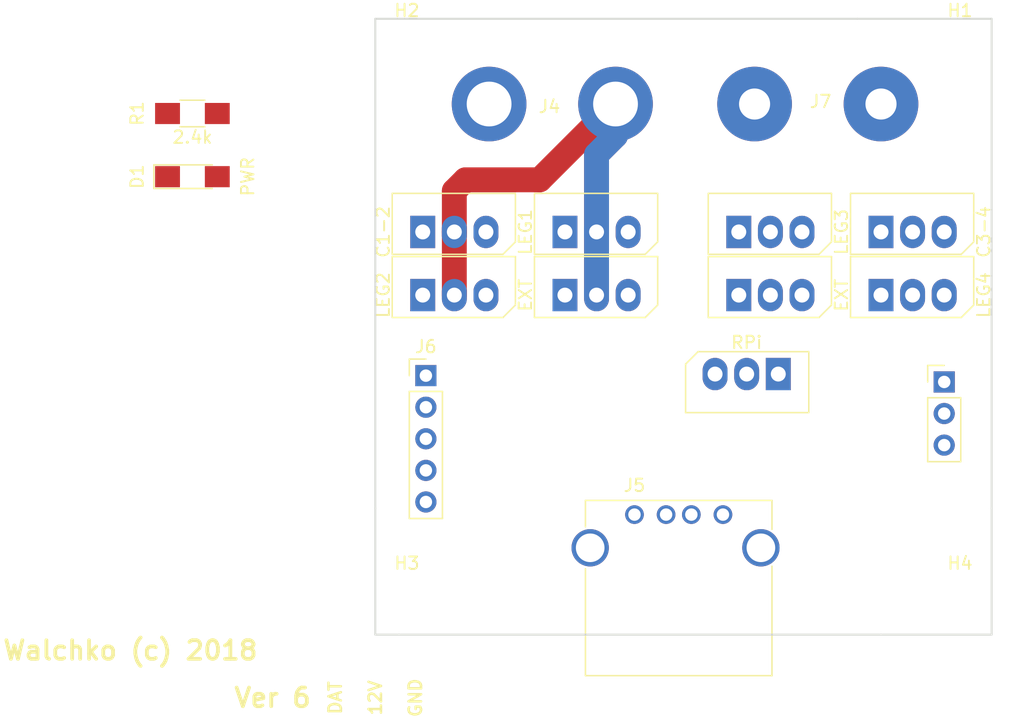
<source format=kicad_pcb>
(kicad_pcb (version 20171130) (host pcbnew "(5.0.1-3-g963ef8bb5)")

  (general
    (thickness 1.6)
    (drawings 12)
    (tracks 12)
    (zones 0)
    (modules 20)
    (nets 7)
  )

  (page USLetter)
  (layers
    (0 F.Cu signal)
    (31 B.Cu signal)
    (32 B.Adhes user)
    (33 F.Adhes user)
    (34 B.Paste user)
    (35 F.Paste user)
    (36 B.SilkS user)
    (37 F.SilkS user)
    (38 B.Mask user)
    (39 F.Mask user)
    (40 Dwgs.User user)
    (41 Cmts.User user)
    (42 Eco1.User user)
    (43 Eco2.User user)
    (44 Edge.Cuts user)
    (45 Margin user)
    (46 B.CrtYd user)
    (47 F.CrtYd user)
    (48 B.Fab user)
    (49 F.Fab user)
  )

  (setup
    (last_trace_width 2)
    (user_trace_width 2)
    (trace_clearance 0.2)
    (zone_clearance 0.508)
    (zone_45_only no)
    (trace_min 0.2)
    (segment_width 0.2)
    (edge_width 0.15)
    (via_size 0.6)
    (via_drill 0.4)
    (via_min_size 0.4)
    (via_min_drill 0.3)
    (uvia_size 0.3)
    (uvia_drill 0.1)
    (uvias_allowed no)
    (uvia_min_size 0.2)
    (uvia_min_drill 0.1)
    (pcb_text_width 0.3)
    (pcb_text_size 1.5 1.5)
    (mod_edge_width 0.15)
    (mod_text_size 1 1)
    (mod_text_width 0.15)
    (pad_size 5.99948 5.99948)
    (pad_drill 3.6)
    (pad_to_mask_clearance 0.2)
    (solder_mask_min_width 0.25)
    (aux_axis_origin 0 0)
    (visible_elements 7FFFFFFF)
    (pcbplotparams
      (layerselection 0x010f0_80000001)
      (usegerberextensions false)
      (usegerberattributes false)
      (usegerberadvancedattributes false)
      (creategerberjobfile false)
      (excludeedgelayer true)
      (linewidth 0.100000)
      (plotframeref false)
      (viasonmask false)
      (mode 1)
      (useauxorigin false)
      (hpglpennumber 1)
      (hpglpenspeed 20)
      (hpglpendiameter 15.000000)
      (psnegative false)
      (psa4output false)
      (plotreference true)
      (plotvalue true)
      (plotinvisibletext false)
      (padsonsilk false)
      (subtractmaskfromsilk false)
      (outputformat 1)
      (mirror false)
      (drillshape 0)
      (scaleselection 1)
      (outputdirectory "gerber/"))
  )

  (net 0 "")
  (net 1 DATA)
  (net 2 GND)
  (net 3 "Net-(D1-Pad1)")
  (net 4 "Net-(J12-Pad2)")
  (net 5 "Net-(D1-Pad2)")
  (net 6 +5V)

  (net_class Default "This is the default net class."
    (clearance 0.2)
    (trace_width 0.25)
    (via_dia 0.6)
    (via_drill 0.4)
    (uvia_dia 0.3)
    (uvia_drill 0.1)
    (add_net +5V)
    (add_net DATA)
    (add_net GND)
    (add_net "Net-(D1-Pad1)")
    (add_net "Net-(D1-Pad2)")
    (add_net "Net-(J12-Pad2)")
  )

  (module LEDs:LED_1206_HandSoldering (layer F.Cu) (tedit 5AFB17AC) (tstamp 5A933437)
    (at 94.52 72.39)
    (descr "LED SMD 1206, hand soldering")
    (tags "LED 1206")
    (path /5ACD24C2)
    (attr smd)
    (fp_text reference D1 (at -4.445 0 90) (layer F.SilkS)
      (effects (font (size 1 1) (thickness 0.15)))
    )
    (fp_text value PWR (at 4.445 0 90) (layer F.SilkS)
      (effects (font (size 1 1) (thickness 0.15)))
    )
    (fp_line (start -3.1 -0.95) (end -3.1 0.95) (layer F.SilkS) (width 0.12))
    (fp_line (start -0.4 0) (end 0.2 -0.4) (layer F.Fab) (width 0.1))
    (fp_line (start 0.2 -0.4) (end 0.2 0.4) (layer F.Fab) (width 0.1))
    (fp_line (start 0.2 0.4) (end -0.4 0) (layer F.Fab) (width 0.1))
    (fp_line (start -0.45 -0.4) (end -0.45 0.4) (layer F.Fab) (width 0.1))
    (fp_line (start -1.6 0.8) (end -1.6 -0.8) (layer F.Fab) (width 0.1))
    (fp_line (start 1.6 0.8) (end -1.6 0.8) (layer F.Fab) (width 0.1))
    (fp_line (start 1.6 -0.8) (end 1.6 0.8) (layer F.Fab) (width 0.1))
    (fp_line (start -1.6 -0.8) (end 1.6 -0.8) (layer F.Fab) (width 0.1))
    (fp_line (start -3.1 0.95) (end 1.6 0.95) (layer F.SilkS) (width 0.12))
    (fp_line (start -3.1 -0.95) (end 1.6 -0.95) (layer F.SilkS) (width 0.12))
    (fp_line (start -3.25 -1.11) (end 3.25 -1.11) (layer F.CrtYd) (width 0.05))
    (fp_line (start -3.25 -1.11) (end -3.25 1.1) (layer F.CrtYd) (width 0.05))
    (fp_line (start 3.25 1.1) (end 3.25 -1.11) (layer F.CrtYd) (width 0.05))
    (fp_line (start 3.25 1.1) (end -3.25 1.1) (layer F.CrtYd) (width 0.05))
    (pad 1 smd rect (at -2 0) (size 2 1.7) (layers F.Cu F.Paste F.Mask)
      (net 3 "Net-(D1-Pad1)"))
    (pad 2 smd rect (at 2 0) (size 2 1.7) (layers F.Cu F.Paste F.Mask)
      (net 5 "Net-(D1-Pad2)"))
    (model ${KISYS3DMOD}/LEDs.3dshapes/LED_1206.wrl
      (at (xyz 0 0 0))
      (scale (xyz 1 1 1))
      (rotate (xyz 0 0 180))
    )
  )

  (module Connectors_Molex:Molex_SPOX-5267_22-03-5035_03x2.54mm_Straight (layer F.Cu) (tedit 5AF32ABA) (tstamp 5A9394F1)
    (at 113.03 76.835)
    (descr "Connector Headers with Friction Lock, 22-03-5035, http://www.molex.com/pdm_docs/ps/PS-5264-001-001.pdf")
    (tags "connector molex SPOX 5267 22-03-5035")
    (path /5A7A565B)
    (fp_text reference J1 (at -1.27 2.54) (layer F.Fab)
      (effects (font (size 1 1) (thickness 0.15)))
    )
    (fp_text value C1-2 (at -3.175 0 90) (layer F.SilkS)
      (effects (font (size 1 1) (thickness 0.15)))
    )
    (fp_line (start 6.45 1.8) (end 7.45 0.8) (layer F.SilkS) (width 0.12))
    (fp_line (start -2.45 -3.1) (end -2.45 1.8) (layer F.SilkS) (width 0.12))
    (fp_line (start -2.45 1.8) (end 6.45 1.8) (layer F.SilkS) (width 0.12))
    (fp_line (start 7.45 0.8) (end 7.45 -3.1) (layer F.SilkS) (width 0.12))
    (fp_line (start 7.45 -3.1) (end -2.45 -3.1) (layer F.SilkS) (width 0.12))
    (fp_line (start -2.5 1.85) (end -2.5 -3.15) (layer F.CrtYd) (width 0.05))
    (fp_line (start -2.5 -3.15) (end 7.5 -3.15) (layer F.CrtYd) (width 0.05))
    (fp_line (start 7.5 -3.15) (end 7.5 1.85) (layer F.CrtYd) (width 0.05))
    (fp_line (start 7.5 1.85) (end -2.5 1.85) (layer F.CrtYd) (width 0.05))
    (fp_line (start 7.35 -3) (end -2.35 -3) (layer F.Fab) (width 0.1))
    (fp_line (start 7.35 0.7) (end 7.35 -3) (layer F.Fab) (width 0.1))
    (fp_line (start 6.35 1.7) (end 7.35 0.7) (layer F.Fab) (width 0.1))
    (fp_line (start -2.35 1.7) (end 6.35 1.7) (layer F.Fab) (width 0.1))
    (fp_line (start -2.35 -3) (end -2.35 1.7) (layer F.Fab) (width 0.1))
    (pad 1 thru_hole rect (at 0 0) (size 2 2.6) (drill 1.2) (layers *.Cu *.Mask)
      (net 1 DATA))
    (pad 2 thru_hole oval (at 2.54 0) (size 2 2.6) (drill 1.2) (layers *.Cu *.Mask)
      (net 5 "Net-(D1-Pad2)"))
    (pad 3 thru_hole oval (at 5.08 0) (size 2 2.6) (drill 1.2) (layers *.Cu *.Mask)
      (net 2 GND))
    (model ${KISYS3DMOD}/Connectors_Molex.3dshapes/Molex_SPOX-5267_22-03-5035_03x2.54mm_Straight.wrl
      (offset (xyz 2.539999961853027 0.5999987909889222 2.899994156446457))
      (scale (xyz 1 1 1))
      (rotate (xyz -90 0 180))
    )
  )

  (module Pin_Headers:Pin_Header_Straight_1x03_Pitch2.54mm (layer F.Cu) (tedit 5AF32AFD) (tstamp 5ACD02CA)
    (at 154.94 88.9)
    (descr "Through hole straight pin header, 1x03, 2.54mm pitch, single row")
    (tags "Through hole pin header THT 1x03 2.54mm single row")
    (path /5ACD2202)
    (fp_text reference J3 (at 0 -2.33) (layer F.Fab)
      (effects (font (size 1 1) (thickness 0.15)))
    )
    (fp_text value Data (at 0 7.41) (layer F.Fab)
      (effects (font (size 1 1) (thickness 0.15)))
    )
    (fp_line (start -0.635 -1.27) (end 1.27 -1.27) (layer F.Fab) (width 0.1))
    (fp_line (start 1.27 -1.27) (end 1.27 6.35) (layer F.Fab) (width 0.1))
    (fp_line (start 1.27 6.35) (end -1.27 6.35) (layer F.Fab) (width 0.1))
    (fp_line (start -1.27 6.35) (end -1.27 -0.635) (layer F.Fab) (width 0.1))
    (fp_line (start -1.27 -0.635) (end -0.635 -1.27) (layer F.Fab) (width 0.1))
    (fp_line (start -1.33 6.41) (end 1.33 6.41) (layer F.SilkS) (width 0.12))
    (fp_line (start -1.33 1.27) (end -1.33 6.41) (layer F.SilkS) (width 0.12))
    (fp_line (start 1.33 1.27) (end 1.33 6.41) (layer F.SilkS) (width 0.12))
    (fp_line (start -1.33 1.27) (end 1.33 1.27) (layer F.SilkS) (width 0.12))
    (fp_line (start -1.33 0) (end -1.33 -1.33) (layer F.SilkS) (width 0.12))
    (fp_line (start -1.33 -1.33) (end 0 -1.33) (layer F.SilkS) (width 0.12))
    (fp_line (start -1.8 -1.8) (end -1.8 6.85) (layer F.CrtYd) (width 0.05))
    (fp_line (start -1.8 6.85) (end 1.8 6.85) (layer F.CrtYd) (width 0.05))
    (fp_line (start 1.8 6.85) (end 1.8 -1.8) (layer F.CrtYd) (width 0.05))
    (fp_line (start 1.8 -1.8) (end -1.8 -1.8) (layer F.CrtYd) (width 0.05))
    (fp_text user %R (at 0 2.54 90) (layer F.Fab)
      (effects (font (size 1 1) (thickness 0.15)))
    )
    (pad 1 thru_hole rect (at 0 0) (size 1.7 1.7) (drill 1) (layers *.Cu *.Mask)
      (net 1 DATA))
    (pad 2 thru_hole oval (at 0 2.54) (size 1.7 1.7) (drill 1) (layers *.Cu *.Mask)
      (net 4 "Net-(J12-Pad2)"))
    (pad 3 thru_hole oval (at 0 5.08) (size 1.7 1.7) (drill 1) (layers *.Cu *.Mask)
      (net 2 GND))
    (model ${KISYS3DMOD}/Pin_Headers.3dshapes/Pin_Header_Straight_1x03_Pitch2.54mm.wrl
      (at (xyz 0 0 0))
      (scale (xyz 1 1 1))
      (rotate (xyz 0 0 0))
    )
  )

  (module Connectors_Molex:Molex_SPOX-5267_22-03-5035_03x2.54mm_Straight (layer F.Cu) (tedit 5AF32AAC) (tstamp 5ACD02D5)
    (at 124.46 76.835)
    (descr "Connector Headers with Friction Lock, 22-03-5035, http://www.molex.com/pdm_docs/ps/PS-5264-001-001.pdf")
    (tags "connector molex SPOX 5267 22-03-5035")
    (path /5ACCFEAF)
    (fp_text reference J8 (at 2.54 -3.81) (layer F.Fab)
      (effects (font (size 1 1) (thickness 0.15)))
    )
    (fp_text value LEG1 (at -3.175 0 90) (layer F.SilkS)
      (effects (font (size 1 1) (thickness 0.15)))
    )
    (fp_line (start 6.45 1.8) (end 7.45 0.8) (layer F.SilkS) (width 0.12))
    (fp_line (start -2.45 -3.1) (end -2.45 1.8) (layer F.SilkS) (width 0.12))
    (fp_line (start -2.45 1.8) (end 6.45 1.8) (layer F.SilkS) (width 0.12))
    (fp_line (start 7.45 0.8) (end 7.45 -3.1) (layer F.SilkS) (width 0.12))
    (fp_line (start 7.45 -3.1) (end -2.45 -3.1) (layer F.SilkS) (width 0.12))
    (fp_line (start -2.5 1.85) (end -2.5 -3.15) (layer F.CrtYd) (width 0.05))
    (fp_line (start -2.5 -3.15) (end 7.5 -3.15) (layer F.CrtYd) (width 0.05))
    (fp_line (start 7.5 -3.15) (end 7.5 1.85) (layer F.CrtYd) (width 0.05))
    (fp_line (start 7.5 1.85) (end -2.5 1.85) (layer F.CrtYd) (width 0.05))
    (fp_line (start 7.35 -3) (end -2.35 -3) (layer F.Fab) (width 0.1))
    (fp_line (start 7.35 0.7) (end 7.35 -3) (layer F.Fab) (width 0.1))
    (fp_line (start 6.35 1.7) (end 7.35 0.7) (layer F.Fab) (width 0.1))
    (fp_line (start -2.35 1.7) (end 6.35 1.7) (layer F.Fab) (width 0.1))
    (fp_line (start -2.35 -3) (end -2.35 1.7) (layer F.Fab) (width 0.1))
    (pad 1 thru_hole rect (at 0 0) (size 2 2.6) (drill 1.2) (layers *.Cu *.Mask)
      (net 1 DATA))
    (pad 2 thru_hole oval (at 2.54 0) (size 2 2.6) (drill 1.2) (layers *.Cu *.Mask)
      (net 5 "Net-(D1-Pad2)"))
    (pad 3 thru_hole oval (at 5.08 0) (size 2 2.6) (drill 1.2) (layers *.Cu *.Mask)
      (net 2 GND))
    (model ${KISYS3DMOD}/Connectors_Molex.3dshapes/Molex_SPOX-5267_22-03-5035_03x2.54mm_Straight.wrl
      (offset (xyz 2.539999961853027 0.5999987909889222 2.899994156446457))
      (scale (xyz 1 1 1))
      (rotate (xyz -90 0 180))
    )
  )

  (module Connectors_Molex:Molex_SPOX-5267_22-03-5035_03x2.54mm_Straight (layer F.Cu) (tedit 5ACD10F4) (tstamp 5ACD02E0)
    (at 113.03 81.915)
    (descr "Connector Headers with Friction Lock, 22-03-5035, http://www.molex.com/pdm_docs/ps/PS-5264-001-001.pdf")
    (tags "connector molex SPOX 5267 22-03-5035")
    (path /5ACD102B)
    (fp_text reference J10 (at 2.54 -3.81) (layer F.Fab)
      (effects (font (size 1 1) (thickness 0.15)))
    )
    (fp_text value LEG2 (at -3.175 0 90) (layer F.SilkS)
      (effects (font (size 1 1) (thickness 0.15)))
    )
    (fp_line (start 6.45 1.8) (end 7.45 0.8) (layer F.SilkS) (width 0.12))
    (fp_line (start -2.45 -3.1) (end -2.45 1.8) (layer F.SilkS) (width 0.12))
    (fp_line (start -2.45 1.8) (end 6.45 1.8) (layer F.SilkS) (width 0.12))
    (fp_line (start 7.45 0.8) (end 7.45 -3.1) (layer F.SilkS) (width 0.12))
    (fp_line (start 7.45 -3.1) (end -2.45 -3.1) (layer F.SilkS) (width 0.12))
    (fp_line (start -2.5 1.85) (end -2.5 -3.15) (layer F.CrtYd) (width 0.05))
    (fp_line (start -2.5 -3.15) (end 7.5 -3.15) (layer F.CrtYd) (width 0.05))
    (fp_line (start 7.5 -3.15) (end 7.5 1.85) (layer F.CrtYd) (width 0.05))
    (fp_line (start 7.5 1.85) (end -2.5 1.85) (layer F.CrtYd) (width 0.05))
    (fp_line (start 7.35 -3) (end -2.35 -3) (layer F.Fab) (width 0.1))
    (fp_line (start 7.35 0.7) (end 7.35 -3) (layer F.Fab) (width 0.1))
    (fp_line (start 6.35 1.7) (end 7.35 0.7) (layer F.Fab) (width 0.1))
    (fp_line (start -2.35 1.7) (end 6.35 1.7) (layer F.Fab) (width 0.1))
    (fp_line (start -2.35 -3) (end -2.35 1.7) (layer F.Fab) (width 0.1))
    (pad 1 thru_hole rect (at 0 0) (size 2 2.6) (drill 1.2) (layers *.Cu *.Mask)
      (net 1 DATA))
    (pad 2 thru_hole oval (at 2.54 0) (size 2 2.6) (drill 1.2) (layers *.Cu *.Mask)
      (net 5 "Net-(D1-Pad2)"))
    (pad 3 thru_hole oval (at 5.08 0) (size 2 2.6) (drill 1.2) (layers *.Cu *.Mask)
      (net 2 GND))
    (model ${KISYS3DMOD}/Connectors_Molex.3dshapes/Molex_SPOX-5267_22-03-5035_03x2.54mm_Straight.wrl
      (offset (xyz 2.539999961853027 0.5999987909889222 2.899994156446457))
      (scale (xyz 1 1 1))
      (rotate (xyz -90 0 180))
    )
  )

  (module Connectors_Molex:Molex_SPOX-5267_22-03-5035_03x2.54mm_Straight (layer F.Cu) (tedit 5AF32ACB) (tstamp 5ACD02E6)
    (at 124.46 81.915)
    (descr "Connector Headers with Friction Lock, 22-03-5035, http://www.molex.com/pdm_docs/ps/PS-5264-001-001.pdf")
    (tags "connector molex SPOX 5267 22-03-5035")
    (path /5ACD103D)
    (fp_text reference J11 (at 2.54 -3.81) (layer F.Fab)
      (effects (font (size 1 1) (thickness 0.15)))
    )
    (fp_text value EXT (at -3.175 0 90) (layer F.SilkS)
      (effects (font (size 1 1) (thickness 0.15)))
    )
    (fp_line (start 6.45 1.8) (end 7.45 0.8) (layer F.SilkS) (width 0.12))
    (fp_line (start -2.45 -3.1) (end -2.45 1.8) (layer F.SilkS) (width 0.12))
    (fp_line (start -2.45 1.8) (end 6.45 1.8) (layer F.SilkS) (width 0.12))
    (fp_line (start 7.45 0.8) (end 7.45 -3.1) (layer F.SilkS) (width 0.12))
    (fp_line (start 7.45 -3.1) (end -2.45 -3.1) (layer F.SilkS) (width 0.12))
    (fp_line (start -2.5 1.85) (end -2.5 -3.15) (layer F.CrtYd) (width 0.05))
    (fp_line (start -2.5 -3.15) (end 7.5 -3.15) (layer F.CrtYd) (width 0.05))
    (fp_line (start 7.5 -3.15) (end 7.5 1.85) (layer F.CrtYd) (width 0.05))
    (fp_line (start 7.5 1.85) (end -2.5 1.85) (layer F.CrtYd) (width 0.05))
    (fp_line (start 7.35 -3) (end -2.35 -3) (layer F.Fab) (width 0.1))
    (fp_line (start 7.35 0.7) (end 7.35 -3) (layer F.Fab) (width 0.1))
    (fp_line (start 6.35 1.7) (end 7.35 0.7) (layer F.Fab) (width 0.1))
    (fp_line (start -2.35 1.7) (end 6.35 1.7) (layer F.Fab) (width 0.1))
    (fp_line (start -2.35 -3) (end -2.35 1.7) (layer F.Fab) (width 0.1))
    (pad 1 thru_hole rect (at 0 0) (size 2 2.6) (drill 1.2) (layers *.Cu *.Mask)
      (net 1 DATA))
    (pad 2 thru_hole oval (at 2.54 0) (size 2 2.6) (drill 1.2) (layers *.Cu *.Mask)
      (net 5 "Net-(D1-Pad2)"))
    (pad 3 thru_hole oval (at 5.08 0) (size 2 2.6) (drill 1.2) (layers *.Cu *.Mask)
      (net 2 GND))
    (model ${KISYS3DMOD}/Connectors_Molex.3dshapes/Molex_SPOX-5267_22-03-5035_03x2.54mm_Straight.wrl
      (offset (xyz 2.539999961853027 0.5999987909889222 2.899994156446457))
      (scale (xyz 1 1 1))
      (rotate (xyz -90 0 180))
    )
  )

  (module Resistors_SMD:R_1206_HandSoldering (layer F.Cu) (tedit 5AFB17C4) (tstamp 5ACD02F1)
    (at 94.52 67.31)
    (descr "Resistor SMD 1206, hand soldering")
    (tags "resistor 1206")
    (path /5ACD2583)
    (attr smd)
    (fp_text reference R1 (at -4.445 0 90) (layer F.SilkS)
      (effects (font (size 1 1) (thickness 0.15)))
    )
    (fp_text value 2.4k (at 0 1.905) (layer F.SilkS)
      (effects (font (size 1 1) (thickness 0.15)))
    )
    (fp_text user %R (at 0 0) (layer F.Fab)
      (effects (font (size 0.7 0.7) (thickness 0.105)))
    )
    (fp_line (start -1.6 0.8) (end -1.6 -0.8) (layer F.Fab) (width 0.1))
    (fp_line (start 1.6 0.8) (end -1.6 0.8) (layer F.Fab) (width 0.1))
    (fp_line (start 1.6 -0.8) (end 1.6 0.8) (layer F.Fab) (width 0.1))
    (fp_line (start -1.6 -0.8) (end 1.6 -0.8) (layer F.Fab) (width 0.1))
    (fp_line (start 1 1.07) (end -1 1.07) (layer F.SilkS) (width 0.12))
    (fp_line (start -1 -1.07) (end 1 -1.07) (layer F.SilkS) (width 0.12))
    (fp_line (start -3.25 -1.11) (end 3.25 -1.11) (layer F.CrtYd) (width 0.05))
    (fp_line (start -3.25 -1.11) (end -3.25 1.1) (layer F.CrtYd) (width 0.05))
    (fp_line (start 3.25 1.1) (end 3.25 -1.11) (layer F.CrtYd) (width 0.05))
    (fp_line (start 3.25 1.1) (end -3.25 1.1) (layer F.CrtYd) (width 0.05))
    (pad 1 smd rect (at -2 0) (size 2 1.7) (layers F.Cu F.Paste F.Mask)
      (net 3 "Net-(D1-Pad1)"))
    (pad 2 smd rect (at 2 0) (size 2 1.7) (layers F.Cu F.Paste F.Mask)
      (net 2 GND))
    (model ${KISYS3DMOD}/Resistors_SMD.3dshapes/R_1206.wrl
      (at (xyz 0 0 0))
      (scale (xyz 1 1 1))
      (rotate (xyz 0 0 0))
    )
  )

  (module Connectors_Molex:Molex_SPOX-5267_22-03-5035_03x2.54mm_Straight (layer F.Cu) (tedit 5AF32AE2) (tstamp 5ACD0802)
    (at 149.86 81.915)
    (descr "Connector Headers with Friction Lock, 22-03-5035, http://www.molex.com/pdm_docs/ps/PS-5264-001-001.pdf")
    (tags "connector molex SPOX 5267 22-03-5035")
    (path /5ACD2DCD)
    (fp_text reference J12 (at 2.54 -3.81) (layer F.Fab)
      (effects (font (size 1 1) (thickness 0.15)))
    )
    (fp_text value LEG4 (at 8.255 0 90) (layer F.SilkS)
      (effects (font (size 1 1) (thickness 0.15)))
    )
    (fp_line (start 6.45 1.8) (end 7.45 0.8) (layer F.SilkS) (width 0.12))
    (fp_line (start -2.45 -3.1) (end -2.45 1.8) (layer F.SilkS) (width 0.12))
    (fp_line (start -2.45 1.8) (end 6.45 1.8) (layer F.SilkS) (width 0.12))
    (fp_line (start 7.45 0.8) (end 7.45 -3.1) (layer F.SilkS) (width 0.12))
    (fp_line (start 7.45 -3.1) (end -2.45 -3.1) (layer F.SilkS) (width 0.12))
    (fp_line (start -2.5 1.85) (end -2.5 -3.15) (layer F.CrtYd) (width 0.05))
    (fp_line (start -2.5 -3.15) (end 7.5 -3.15) (layer F.CrtYd) (width 0.05))
    (fp_line (start 7.5 -3.15) (end 7.5 1.85) (layer F.CrtYd) (width 0.05))
    (fp_line (start 7.5 1.85) (end -2.5 1.85) (layer F.CrtYd) (width 0.05))
    (fp_line (start 7.35 -3) (end -2.35 -3) (layer F.Fab) (width 0.1))
    (fp_line (start 7.35 0.7) (end 7.35 -3) (layer F.Fab) (width 0.1))
    (fp_line (start 6.35 1.7) (end 7.35 0.7) (layer F.Fab) (width 0.1))
    (fp_line (start -2.35 1.7) (end 6.35 1.7) (layer F.Fab) (width 0.1))
    (fp_line (start -2.35 -3) (end -2.35 1.7) (layer F.Fab) (width 0.1))
    (pad 1 thru_hole rect (at 0 0) (size 2 2.6) (drill 1.2) (layers *.Cu *.Mask)
      (net 1 DATA))
    (pad 2 thru_hole oval (at 2.54 0) (size 2 2.6) (drill 1.2) (layers *.Cu *.Mask)
      (net 4 "Net-(J12-Pad2)"))
    (pad 3 thru_hole oval (at 5.08 0) (size 2 2.6) (drill 1.2) (layers *.Cu *.Mask)
      (net 2 GND))
    (model ${KISYS3DMOD}/Connectors_Molex.3dshapes/Molex_SPOX-5267_22-03-5035_03x2.54mm_Straight.wrl
      (offset (xyz 2.539999961853027 0.5999987909889222 2.899994156446457))
      (scale (xyz 1 1 1))
      (rotate (xyz -90 0 180))
    )
  )

  (module Connectors_Molex:Molex_SPOX-5267_22-03-5035_03x2.54mm_Straight (layer F.Cu) (tedit 5AF32AF1) (tstamp 5ACD0809)
    (at 138.43 81.915)
    (descr "Connector Headers with Friction Lock, 22-03-5035, http://www.molex.com/pdm_docs/ps/PS-5264-001-001.pdf")
    (tags "connector molex SPOX 5267 22-03-5035")
    (path /5ACD2DDF)
    (fp_text reference J13 (at 2.54 -3.81) (layer F.Fab)
      (effects (font (size 1 1) (thickness 0.15)))
    )
    (fp_text value EXT (at 8.255 0 90) (layer F.SilkS)
      (effects (font (size 1 1) (thickness 0.15)))
    )
    (fp_line (start 6.45 1.8) (end 7.45 0.8) (layer F.SilkS) (width 0.12))
    (fp_line (start -2.45 -3.1) (end -2.45 1.8) (layer F.SilkS) (width 0.12))
    (fp_line (start -2.45 1.8) (end 6.45 1.8) (layer F.SilkS) (width 0.12))
    (fp_line (start 7.45 0.8) (end 7.45 -3.1) (layer F.SilkS) (width 0.12))
    (fp_line (start 7.45 -3.1) (end -2.45 -3.1) (layer F.SilkS) (width 0.12))
    (fp_line (start -2.5 1.85) (end -2.5 -3.15) (layer F.CrtYd) (width 0.05))
    (fp_line (start -2.5 -3.15) (end 7.5 -3.15) (layer F.CrtYd) (width 0.05))
    (fp_line (start 7.5 -3.15) (end 7.5 1.85) (layer F.CrtYd) (width 0.05))
    (fp_line (start 7.5 1.85) (end -2.5 1.85) (layer F.CrtYd) (width 0.05))
    (fp_line (start 7.35 -3) (end -2.35 -3) (layer F.Fab) (width 0.1))
    (fp_line (start 7.35 0.7) (end 7.35 -3) (layer F.Fab) (width 0.1))
    (fp_line (start 6.35 1.7) (end 7.35 0.7) (layer F.Fab) (width 0.1))
    (fp_line (start -2.35 1.7) (end 6.35 1.7) (layer F.Fab) (width 0.1))
    (fp_line (start -2.35 -3) (end -2.35 1.7) (layer F.Fab) (width 0.1))
    (pad 1 thru_hole rect (at 0 0) (size 2 2.6) (drill 1.2) (layers *.Cu *.Mask)
      (net 1 DATA))
    (pad 2 thru_hole oval (at 2.54 0) (size 2 2.6) (drill 1.2) (layers *.Cu *.Mask)
      (net 4 "Net-(J12-Pad2)"))
    (pad 3 thru_hole oval (at 5.08 0) (size 2 2.6) (drill 1.2) (layers *.Cu *.Mask)
      (net 2 GND))
    (model ${KISYS3DMOD}/Connectors_Molex.3dshapes/Molex_SPOX-5267_22-03-5035_03x2.54mm_Straight.wrl
      (offset (xyz 2.539999961853027 0.5999987909889222 2.899994156446457))
      (scale (xyz 1 1 1))
      (rotate (xyz -90 0 180))
    )
  )

  (module Connectors_Molex:Molex_SPOX-5267_22-03-5035_03x2.54mm_Straight (layer F.Cu) (tedit 5AF32AD2) (tstamp 5ACD0810)
    (at 149.86 76.835)
    (descr "Connector Headers with Friction Lock, 22-03-5035, http://www.molex.com/pdm_docs/ps/PS-5264-001-001.pdf")
    (tags "connector molex SPOX 5267 22-03-5035")
    (path /5ACD2D1C)
    (fp_text reference J14 (at 2.54 -3.81) (layer F.Fab)
      (effects (font (size 1 1) (thickness 0.15)))
    )
    (fp_text value C3-4 (at 8.255 0 90) (layer F.SilkS)
      (effects (font (size 1 1) (thickness 0.15)))
    )
    (fp_line (start 6.45 1.8) (end 7.45 0.8) (layer F.SilkS) (width 0.12))
    (fp_line (start -2.45 -3.1) (end -2.45 1.8) (layer F.SilkS) (width 0.12))
    (fp_line (start -2.45 1.8) (end 6.45 1.8) (layer F.SilkS) (width 0.12))
    (fp_line (start 7.45 0.8) (end 7.45 -3.1) (layer F.SilkS) (width 0.12))
    (fp_line (start 7.45 -3.1) (end -2.45 -3.1) (layer F.SilkS) (width 0.12))
    (fp_line (start -2.5 1.85) (end -2.5 -3.15) (layer F.CrtYd) (width 0.05))
    (fp_line (start -2.5 -3.15) (end 7.5 -3.15) (layer F.CrtYd) (width 0.05))
    (fp_line (start 7.5 -3.15) (end 7.5 1.85) (layer F.CrtYd) (width 0.05))
    (fp_line (start 7.5 1.85) (end -2.5 1.85) (layer F.CrtYd) (width 0.05))
    (fp_line (start 7.35 -3) (end -2.35 -3) (layer F.Fab) (width 0.1))
    (fp_line (start 7.35 0.7) (end 7.35 -3) (layer F.Fab) (width 0.1))
    (fp_line (start 6.35 1.7) (end 7.35 0.7) (layer F.Fab) (width 0.1))
    (fp_line (start -2.35 1.7) (end 6.35 1.7) (layer F.Fab) (width 0.1))
    (fp_line (start -2.35 -3) (end -2.35 1.7) (layer F.Fab) (width 0.1))
    (pad 1 thru_hole rect (at 0 0) (size 2 2.6) (drill 1.2) (layers *.Cu *.Mask)
      (net 1 DATA))
    (pad 2 thru_hole oval (at 2.54 0) (size 2 2.6) (drill 1.2) (layers *.Cu *.Mask)
      (net 4 "Net-(J12-Pad2)"))
    (pad 3 thru_hole oval (at 5.08 0) (size 2 2.6) (drill 1.2) (layers *.Cu *.Mask)
      (net 2 GND))
    (model ${KISYS3DMOD}/Connectors_Molex.3dshapes/Molex_SPOX-5267_22-03-5035_03x2.54mm_Straight.wrl
      (offset (xyz 2.539999961853027 0.5999987909889222 2.899994156446457))
      (scale (xyz 1 1 1))
      (rotate (xyz -90 0 180))
    )
  )

  (module Connectors_Molex:Molex_SPOX-5267_22-03-5035_03x2.54mm_Straight (layer F.Cu) (tedit 5AF32ADC) (tstamp 5ACD0817)
    (at 138.43 76.835)
    (descr "Connector Headers with Friction Lock, 22-03-5035, http://www.molex.com/pdm_docs/ps/PS-5264-001-001.pdf")
    (tags "connector molex SPOX 5267 22-03-5035")
    (path /5ACD2D2E)
    (fp_text reference J15 (at 2.54 -3.81) (layer F.Fab)
      (effects (font (size 1 1) (thickness 0.15)))
    )
    (fp_text value LEG3 (at 8.255 0 90) (layer F.SilkS)
      (effects (font (size 1 1) (thickness 0.15)))
    )
    (fp_line (start 6.45 1.8) (end 7.45 0.8) (layer F.SilkS) (width 0.12))
    (fp_line (start -2.45 -3.1) (end -2.45 1.8) (layer F.SilkS) (width 0.12))
    (fp_line (start -2.45 1.8) (end 6.45 1.8) (layer F.SilkS) (width 0.12))
    (fp_line (start 7.45 0.8) (end 7.45 -3.1) (layer F.SilkS) (width 0.12))
    (fp_line (start 7.45 -3.1) (end -2.45 -3.1) (layer F.SilkS) (width 0.12))
    (fp_line (start -2.5 1.85) (end -2.5 -3.15) (layer F.CrtYd) (width 0.05))
    (fp_line (start -2.5 -3.15) (end 7.5 -3.15) (layer F.CrtYd) (width 0.05))
    (fp_line (start 7.5 -3.15) (end 7.5 1.85) (layer F.CrtYd) (width 0.05))
    (fp_line (start 7.5 1.85) (end -2.5 1.85) (layer F.CrtYd) (width 0.05))
    (fp_line (start 7.35 -3) (end -2.35 -3) (layer F.Fab) (width 0.1))
    (fp_line (start 7.35 0.7) (end 7.35 -3) (layer F.Fab) (width 0.1))
    (fp_line (start 6.35 1.7) (end 7.35 0.7) (layer F.Fab) (width 0.1))
    (fp_line (start -2.35 1.7) (end 6.35 1.7) (layer F.Fab) (width 0.1))
    (fp_line (start -2.35 -3) (end -2.35 1.7) (layer F.Fab) (width 0.1))
    (pad 1 thru_hole rect (at 0 0) (size 2 2.6) (drill 1.2) (layers *.Cu *.Mask)
      (net 1 DATA))
    (pad 2 thru_hole oval (at 2.54 0) (size 2 2.6) (drill 1.2) (layers *.Cu *.Mask)
      (net 4 "Net-(J12-Pad2)"))
    (pad 3 thru_hole oval (at 5.08 0) (size 2 2.6) (drill 1.2) (layers *.Cu *.Mask)
      (net 2 GND))
    (model ${KISYS3DMOD}/Connectors_Molex.3dshapes/Molex_SPOX-5267_22-03-5035_03x2.54mm_Straight.wrl
      (offset (xyz 2.539999961853027 0.5999987909889222 2.899994156446457))
      (scale (xyz 1 1 1))
      (rotate (xyz -90 0 180))
    )
  )

  (module Connectors_Molex:Molex_SPOX-5267_22-03-5035_03x2.54mm_Straight (layer F.Cu) (tedit 5AF32AE7) (tstamp 5AF323B6)
    (at 141.605 88.265 180)
    (descr "Connector Headers with Friction Lock, 22-03-5035, http://www.molex.com/pdm_docs/ps/PS-5264-001-001.pdf")
    (tags "connector molex SPOX 5267 22-03-5035")
    (path /5AF331DD)
    (fp_text reference J2 (at 2.54 -3.81 180) (layer F.Fab)
      (effects (font (size 1 1) (thickness 0.15)))
    )
    (fp_text value RPi (at 2.54 2.54 180) (layer F.SilkS)
      (effects (font (size 1 1) (thickness 0.15)))
    )
    (fp_line (start 6.45 1.8) (end 7.45 0.8) (layer F.SilkS) (width 0.12))
    (fp_line (start -2.45 -3.1) (end -2.45 1.8) (layer F.SilkS) (width 0.12))
    (fp_line (start -2.45 1.8) (end 6.45 1.8) (layer F.SilkS) (width 0.12))
    (fp_line (start 7.45 0.8) (end 7.45 -3.1) (layer F.SilkS) (width 0.12))
    (fp_line (start 7.45 -3.1) (end -2.45 -3.1) (layer F.SilkS) (width 0.12))
    (fp_line (start -2.5 1.85) (end -2.5 -3.15) (layer F.CrtYd) (width 0.05))
    (fp_line (start -2.5 -3.15) (end 7.5 -3.15) (layer F.CrtYd) (width 0.05))
    (fp_line (start 7.5 -3.15) (end 7.5 1.85) (layer F.CrtYd) (width 0.05))
    (fp_line (start 7.5 1.85) (end -2.5 1.85) (layer F.CrtYd) (width 0.05))
    (fp_line (start 7.35 -3) (end -2.35 -3) (layer F.Fab) (width 0.1))
    (fp_line (start 7.35 0.7) (end 7.35 -3) (layer F.Fab) (width 0.1))
    (fp_line (start 6.35 1.7) (end 7.35 0.7) (layer F.Fab) (width 0.1))
    (fp_line (start -2.35 1.7) (end 6.35 1.7) (layer F.Fab) (width 0.1))
    (fp_line (start -2.35 -3) (end -2.35 1.7) (layer F.Fab) (width 0.1))
    (pad 1 thru_hole rect (at 0 0 180) (size 2 2.6) (drill 1.2) (layers *.Cu *.Mask)
      (net 1 DATA))
    (pad 2 thru_hole oval (at 2.54 0 180) (size 2 2.6) (drill 1.2) (layers *.Cu *.Mask)
      (net 6 +5V))
    (pad 3 thru_hole oval (at 5.08 0 180) (size 2 2.6) (drill 1.2) (layers *.Cu *.Mask)
      (net 2 GND))
    (model ${KISYS3DMOD}/Connectors_Molex.3dshapes/Molex_SPOX-5267_22-03-5035_03x2.54mm_Straight.wrl
      (offset (xyz 2.539999961853027 0.5999987909889222 2.899994156446457))
      (scale (xyz 1 1 1))
      (rotate (xyz -90 0 180))
    )
  )

  (module Connectors:USB_A (layer F.Cu) (tedit 5543E289) (tstamp 5BFCE5B7)
    (at 130.048 99.568)
    (descr "USB A connector")
    (tags "USB USB_A")
    (path /5BF9F178)
    (fp_text reference J5 (at 0 -2.35) (layer F.SilkS)
      (effects (font (size 1 1) (thickness 0.15)))
    )
    (fp_text value USB_A (at 3.84 7.44) (layer F.Fab)
      (effects (font (size 1 1) (thickness 0.15)))
    )
    (fp_line (start -3.94 4.35) (end -3.94 12.95) (layer F.SilkS) (width 0.12))
    (fp_line (start 11.05 4.15) (end 11.05 12.95) (layer F.SilkS) (width 0.12))
    (fp_line (start 11.05 12.95) (end -3.94 12.95) (layer F.SilkS) (width 0.12))
    (fp_line (start 11.05 -1.14) (end -3.94 -1.14) (layer F.SilkS) (width 0.12))
    (fp_line (start -3.94 -1.14) (end -3.94 0.98) (layer F.SilkS) (width 0.12))
    (fp_line (start 11.05 -1.14) (end 11.05 1.19) (layer F.SilkS) (width 0.12))
    (fp_line (start -5.3 -1.4) (end 11.95 -1.4) (layer F.CrtYd) (width 0.05))
    (fp_line (start -5.3 13.2) (end 11.95 13.2) (layer F.CrtYd) (width 0.05))
    (fp_line (start 11.95 -1.4) (end 11.95 13.2) (layer F.CrtYd) (width 0.05))
    (fp_line (start -5.3 13.2) (end -5.3 -1.4) (layer F.CrtYd) (width 0.05))
    (pad 5 thru_hole circle (at -3.56 2.67 270) (size 3 3) (drill 2.3) (layers *.Cu *.Mask)
      (net 2 GND))
    (pad 5 thru_hole circle (at 10.16 2.67 270) (size 3 3) (drill 2.3) (layers *.Cu *.Mask)
      (net 2 GND))
    (pad 1 thru_hole circle (at 0 0 270) (size 1.5 1.5) (drill 1) (layers *.Cu *.Mask)
      (net 6 +5V))
    (pad 2 thru_hole circle (at 2.54 0 270) (size 1.5 1.5) (drill 1) (layers *.Cu *.Mask))
    (pad 3 thru_hole circle (at 4.57 0 270) (size 1.5 1.5) (drill 1) (layers *.Cu *.Mask))
    (pad 4 thru_hole circle (at 7.11 0 270) (size 1.5 1.5) (drill 1) (layers *.Cu *.Mask)
      (net 2 GND))
    (model ${KISYS3DMOD}/Connectors.3dshapes/USB_A.wrl
      (offset (xyz 3.555999946594238 0 0))
      (scale (xyz 1 1 1))
      (rotate (xyz 0 0 90))
    )
  )

  (module Pin_Headers:Pin_Header_Straight_1x05_Pitch2.54mm (layer F.Cu) (tedit 59650532) (tstamp 5BFCE5D0)
    (at 113.284 88.392)
    (descr "Through hole straight pin header, 1x05, 2.54mm pitch, single row")
    (tags "Through hole pin header THT 1x05 2.54mm single row")
    (path /5BFA49E0)
    (fp_text reference J6 (at 0 -2.33) (layer F.SilkS)
      (effects (font (size 1 1) (thickness 0.15)))
    )
    (fp_text value "5V Pwr" (at 0 12.49) (layer F.Fab)
      (effects (font (size 1 1) (thickness 0.15)))
    )
    (fp_text user %R (at 0 5.08 -270) (layer F.Fab)
      (effects (font (size 1 1) (thickness 0.15)))
    )
    (fp_line (start 1.8 -1.8) (end -1.8 -1.8) (layer F.CrtYd) (width 0.05))
    (fp_line (start 1.8 11.95) (end 1.8 -1.8) (layer F.CrtYd) (width 0.05))
    (fp_line (start -1.8 11.95) (end 1.8 11.95) (layer F.CrtYd) (width 0.05))
    (fp_line (start -1.8 -1.8) (end -1.8 11.95) (layer F.CrtYd) (width 0.05))
    (fp_line (start -1.33 -1.33) (end 0 -1.33) (layer F.SilkS) (width 0.12))
    (fp_line (start -1.33 0) (end -1.33 -1.33) (layer F.SilkS) (width 0.12))
    (fp_line (start -1.33 1.27) (end 1.33 1.27) (layer F.SilkS) (width 0.12))
    (fp_line (start 1.33 1.27) (end 1.33 11.49) (layer F.SilkS) (width 0.12))
    (fp_line (start -1.33 1.27) (end -1.33 11.49) (layer F.SilkS) (width 0.12))
    (fp_line (start -1.33 11.49) (end 1.33 11.49) (layer F.SilkS) (width 0.12))
    (fp_line (start -1.27 -0.635) (end -0.635 -1.27) (layer F.Fab) (width 0.1))
    (fp_line (start -1.27 11.43) (end -1.27 -0.635) (layer F.Fab) (width 0.1))
    (fp_line (start 1.27 11.43) (end -1.27 11.43) (layer F.Fab) (width 0.1))
    (fp_line (start 1.27 -1.27) (end 1.27 11.43) (layer F.Fab) (width 0.1))
    (fp_line (start -0.635 -1.27) (end 1.27 -1.27) (layer F.Fab) (width 0.1))
    (pad 5 thru_hole oval (at 0 10.16) (size 1.7 1.7) (drill 1) (layers *.Cu *.Mask)
      (net 6 +5V))
    (pad 4 thru_hole oval (at 0 7.62) (size 1.7 1.7) (drill 1) (layers *.Cu *.Mask)
      (net 2 GND))
    (pad 3 thru_hole oval (at 0 5.08) (size 1.7 1.7) (drill 1) (layers *.Cu *.Mask)
      (net 2 GND))
    (pad 2 thru_hole oval (at 0 2.54) (size 1.7 1.7) (drill 1) (layers *.Cu *.Mask)
      (net 5 "Net-(D1-Pad2)"))
    (pad 1 thru_hole rect (at 0 0) (size 1.7 1.7) (drill 1) (layers *.Cu *.Mask))
    (model ${KISYS3DMOD}/Pin_Headers.3dshapes/Pin_Header_Straight_1x05_Pitch2.54mm.wrl
      (at (xyz 0 0 0))
      (scale (xyz 1 1 1))
      (rotate (xyz 0 0 0))
    )
  )

  (module Mounting_Holes:MountingHole_2.2mm_M2 (layer F.Cu) (tedit 56D1B4CB) (tstamp 5BFDDB6B)
    (at 156.21 62.23)
    (descr "Mounting Hole 2.2mm, no annular, M2")
    (tags "mounting hole 2.2mm no annular m2")
    (path /5BFD2444)
    (attr virtual)
    (fp_text reference H1 (at 0 -3.2) (layer F.SilkS)
      (effects (font (size 1 1) (thickness 0.15)))
    )
    (fp_text value MountingHole (at 0 3.2) (layer F.Fab)
      (effects (font (size 1 1) (thickness 0.15)))
    )
    (fp_circle (center 0 0) (end 2.45 0) (layer F.CrtYd) (width 0.05))
    (fp_circle (center 0 0) (end 2.2 0) (layer Cmts.User) (width 0.15))
    (fp_text user %R (at 0.3 0) (layer F.Fab)
      (effects (font (size 1 1) (thickness 0.15)))
    )
    (pad 1 np_thru_hole circle (at 0 0) (size 2.2 2.2) (drill 2.2) (layers *.Cu *.Mask))
  )

  (module Mounting_Holes:MountingHole_2.2mm_M2 (layer F.Cu) (tedit 56D1B4CB) (tstamp 5BFDDBC0)
    (at 111.76 62.23)
    (descr "Mounting Hole 2.2mm, no annular, M2")
    (tags "mounting hole 2.2mm no annular m2")
    (path /5BFD296E)
    (attr virtual)
    (fp_text reference H2 (at 0 -3.2) (layer F.SilkS)
      (effects (font (size 1 1) (thickness 0.15)))
    )
    (fp_text value MountingHole (at 0 3.2) (layer F.Fab)
      (effects (font (size 1 1) (thickness 0.15)))
    )
    (fp_circle (center 0 0) (end 2.45 0) (layer F.CrtYd) (width 0.05))
    (fp_circle (center 0 0) (end 2.2 0) (layer Cmts.User) (width 0.15))
    (fp_text user %R (at 0.3 0) (layer F.Fab)
      (effects (font (size 1 1) (thickness 0.15)))
    )
    (pad 1 np_thru_hole circle (at 0 0) (size 2.2 2.2) (drill 2.2) (layers *.Cu *.Mask))
  )

  (module Mounting_Holes:MountingHole_2.2mm_M2 (layer F.Cu) (tedit 56D1B4CB) (tstamp 5BFDDBC8)
    (at 111.76 106.68)
    (descr "Mounting Hole 2.2mm, no annular, M2")
    (tags "mounting hole 2.2mm no annular m2")
    (path /5BFD29A2)
    (attr virtual)
    (fp_text reference H3 (at 0 -3.2) (layer F.SilkS)
      (effects (font (size 1 1) (thickness 0.15)))
    )
    (fp_text value MountingHole (at 0 3.2) (layer F.Fab)
      (effects (font (size 1 1) (thickness 0.15)))
    )
    (fp_text user %R (at 0.3 0) (layer F.Fab)
      (effects (font (size 1 1) (thickness 0.15)))
    )
    (fp_circle (center 0 0) (end 2.2 0) (layer Cmts.User) (width 0.15))
    (fp_circle (center 0 0) (end 2.45 0) (layer F.CrtYd) (width 0.05))
    (pad 1 np_thru_hole circle (at 0 0) (size 2.2 2.2) (drill 2.2) (layers *.Cu *.Mask))
  )

  (module Mounting_Holes:MountingHole_2.2mm_M2 (layer F.Cu) (tedit 56D1B4CB) (tstamp 5BFDDBD0)
    (at 156.21 106.68)
    (descr "Mounting Hole 2.2mm, no annular, M2")
    (tags "mounting hole 2.2mm no annular m2")
    (path /5BFD29D8)
    (attr virtual)
    (fp_text reference H4 (at 0 -3.2) (layer F.SilkS)
      (effects (font (size 1 1) (thickness 0.15)))
    )
    (fp_text value MountingHole (at 0 3.2) (layer F.Fab)
      (effects (font (size 1 1) (thickness 0.15)))
    )
    (fp_circle (center 0 0) (end 2.45 0) (layer F.CrtYd) (width 0.05))
    (fp_circle (center 0 0) (end 2.2 0) (layer Cmts.User) (width 0.15))
    (fp_text user %R (at 0.3 0) (layer F.Fab)
      (effects (font (size 1 1) (thickness 0.15)))
    )
    (pad 1 np_thru_hole circle (at 0 0) (size 2.2 2.2) (drill 2.2) (layers *.Cu *.Mask))
  )

  (module Wire_Connections_Bridges:WireConnection_2.50mmDrill_LargePad (layer F.Cu) (tedit 5BFAF62A) (tstamp 5BFCD0DF)
    (at 118.364 66.548)
    (descr "WireConnection with 2.5mm drill and large pads")
    (path /5BFB1889)
    (fp_text reference J4 (at 4.8514 0.2032) (layer F.SilkS)
      (effects (font (size 1 1) (thickness 0.15)))
    )
    (fp_text value Leg1-2 (at 5.08 3.81) (layer F.Fab)
      (effects (font (size 1 1) (thickness 0.15)))
    )
    (fp_line (start -2.1336 -5.1816) (end -2.1336 -3.6322) (layer Cmts.User) (width 0.381))
    (fp_line (start -2.6162 -4.1148) (end -2.1336 -5.1816) (layer Cmts.User) (width 0.381))
    (fp_line (start -3.0988 -5.2578) (end -2.6162 -4.1148) (layer Cmts.User) (width 0.381))
    (fp_line (start -3.0988 -3.6322) (end -3.0988 -5.2578) (layer Cmts.User) (width 0.381))
    (fp_line (start -1.1176 -4.7244) (end -1.4478 -4.4704) (layer Cmts.User) (width 0.381))
    (fp_line (start -0.8382 -4.6482) (end -1.1176 -4.7244) (layer Cmts.User) (width 0.381))
    (fp_line (start -0.6604 -4.445) (end -0.8382 -4.6482) (layer Cmts.User) (width 0.381))
    (fp_line (start -0.6604 -3.9878) (end -0.6604 -4.445) (layer Cmts.User) (width 0.381))
    (fp_line (start -0.762 -3.7846) (end -0.6604 -3.9878) (layer Cmts.User) (width 0.381))
    (fp_line (start -1.0414 -3.6576) (end -0.762 -3.7846) (layer Cmts.User) (width 0.381))
    (fp_line (start -1.27 -3.7084) (end -1.0414 -3.6576) (layer Cmts.User) (width 0.381))
    (fp_line (start -1.4732 -3.9116) (end -1.27 -3.7084) (layer Cmts.User) (width 0.381))
    (fp_line (start -1.4732 -4.3942) (end -1.4732 -3.9116) (layer Cmts.User) (width 0.381))
    (fp_line (start 0.5842 -4.6736) (end 0.5588 -4.6736) (layer Cmts.User) (width 0.381))
    (fp_line (start 0.3048 -3.6576) (end 0.5842 -4.6736) (layer Cmts.User) (width 0.381))
    (fp_line (start -0.1524 -4.7244) (end 0.3048 -3.6576) (layer Cmts.User) (width 0.381))
    (fp_line (start 1.8034 -4.318) (end 1.1684 -4.2418) (layer Cmts.User) (width 0.381))
    (fp_line (start 1.8034 -4.5212) (end 1.8034 -4.318) (layer Cmts.User) (width 0.381))
    (fp_line (start 1.651 -4.6482) (end 1.8034 -4.5212) (layer Cmts.User) (width 0.381))
    (fp_line (start 1.3716 -4.6736) (end 1.651 -4.6482) (layer Cmts.User) (width 0.381))
    (fp_line (start 1.1684 -4.572) (end 1.3716 -4.6736) (layer Cmts.User) (width 0.381))
    (fp_line (start 1.0414 -4.318) (end 1.1684 -4.572) (layer Cmts.User) (width 0.381))
    (fp_line (start 1.1176 -3.9116) (end 1.0414 -4.318) (layer Cmts.User) (width 0.381))
    (fp_line (start 1.27 -3.7592) (end 1.1176 -3.9116) (layer Cmts.User) (width 0.381))
    (fp_line (start 1.524 -3.6576) (end 1.27 -3.7592) (layer Cmts.User) (width 0.381))
    (fp_line (start 1.778 -3.7592) (end 1.524 -3.6576) (layer Cmts.User) (width 0.381))
    (fp_line (start 4.0894 -4.445) (end 3.6322 -4.445) (layer Cmts.User) (width 0.381))
    (fp_line (start 4.3688 -4.3942) (end 4.0894 -4.445) (layer Cmts.User) (width 0.381))
    (fp_line (start 4.4958 -4.5974) (end 4.3688 -4.3942) (layer Cmts.User) (width 0.381))
    (fp_line (start 4.4958 -4.8768) (end 4.4958 -4.5974) (layer Cmts.User) (width 0.381))
    (fp_line (start 4.3688 -5.1308) (end 4.4958 -4.8768) (layer Cmts.User) (width 0.381))
    (fp_line (start 4.0894 -5.2578) (end 4.3688 -5.1308) (layer Cmts.User) (width 0.381))
    (fp_line (start 3.6322 -5.2578) (end 4.0894 -5.2578) (layer Cmts.User) (width 0.381))
    (fp_line (start 3.6068 -3.6576) (end 3.6322 -5.2578) (layer Cmts.User) (width 0.381))
    (fp_line (start 5.7912 -4.4704) (end 5.842 -3.6322) (layer Cmts.User) (width 0.381))
    (fp_line (start 5.6388 -4.6482) (end 5.7912 -4.4704) (layer Cmts.User) (width 0.381))
    (fp_line (start 5.3848 -4.7244) (end 5.6388 -4.6482) (layer Cmts.User) (width 0.381))
    (fp_line (start 5.1054 -4.572) (end 5.3848 -4.7244) (layer Cmts.User) (width 0.381))
    (fp_line (start 5.1308 -4.191) (end 5.842 -4.2418) (layer Cmts.User) (width 0.381))
    (fp_line (start 5.1054 -3.9116) (end 5.1308 -4.191) (layer Cmts.User) (width 0.381))
    (fp_line (start 5.2578 -3.7084) (end 5.1054 -3.9116) (layer Cmts.User) (width 0.381))
    (fp_line (start 5.715 -3.6576) (end 5.2578 -3.7084) (layer Cmts.User) (width 0.381))
    (fp_line (start 7.2136 -5.207) (end 7.2136 -3.6576) (layer Cmts.User) (width 0.381))
    (fp_line (start 6.6802 -4.6736) (end 7.0104 -4.7244) (layer Cmts.User) (width 0.381))
    (fp_line (start 6.477 -4.4704) (end 6.6802 -4.6736) (layer Cmts.User) (width 0.381))
    (fp_line (start 6.477 -4.1656) (end 6.477 -4.4704) (layer Cmts.User) (width 0.381))
    (fp_line (start 6.604 -3.8354) (end 6.477 -4.1656) (layer Cmts.User) (width 0.381))
    (fp_line (start 6.8072 -3.7592) (end 6.604 -3.8354) (layer Cmts.User) (width 0.381))
    (fp_line (start 7.1628 -3.6576) (end 6.8072 -3.7592) (layer Cmts.User) (width 0.381))
    (fp_line (start 8.2804 -3.6576) (end 7.8994 -3.7084) (layer Cmts.User) (width 0.381))
    (fp_line (start 8.4836 -3.8354) (end 8.2804 -3.6576) (layer Cmts.User) (width 0.381))
    (fp_line (start 8.4328 -4.1148) (end 8.4836 -3.8354) (layer Cmts.User) (width 0.381))
    (fp_line (start 8.1788 -4.191) (end 8.4328 -4.1148) (layer Cmts.User) (width 0.381))
    (fp_line (start 7.8994 -4.2672) (end 8.1788 -4.191) (layer Cmts.User) (width 0.381))
    (fp_line (start 7.874 -4.445) (end 7.8994 -4.2672) (layer Cmts.User) (width 0.381))
    (fp_line (start 8.0264 -4.6736) (end 7.874 -4.445) (layer Cmts.User) (width 0.381))
    (fp_line (start 8.3058 -4.6736) (end 8.0264 -4.6736) (layer Cmts.User) (width 0.381))
    (fp_line (start 8.4328 -4.5974) (end 8.3058 -4.6736) (layer Cmts.User) (width 0.381))
    (fp_line (start 10.3886 -5.08) (end 10.3378 -3.7084) (layer Cmts.User) (width 0.381))
    (fp_line (start 10.541 -5.207) (end 10.3886 -5.08) (layer Cmts.User) (width 0.381))
    (fp_line (start 10.7188 -5.207) (end 10.541 -5.207) (layer Cmts.User) (width 0.381))
    (fp_line (start 9.9822 -4.6736) (end 10.668 -4.7244) (layer Cmts.User) (width 0.381))
    (fp_line (start 11.2014 -4.7244) (end 11.2014 -3.6576) (layer Cmts.User) (width 0.381))
    (fp_line (start 11.6078 -4.6736) (end 11.6332 -4.6736) (layer Cmts.User) (width 0.381))
    (fp_line (start 11.2268 -4.5212) (end 11.6078 -4.6736) (layer Cmts.User) (width 0.381))
    (fp_line (start 12.7762 -4.2672) (end 12.1412 -4.2418) (layer Cmts.User) (width 0.381))
    (fp_line (start 12.7508 -4.572) (end 12.7762 -4.2672) (layer Cmts.User) (width 0.381))
    (fp_line (start 12.573 -4.6482) (end 12.7508 -4.572) (layer Cmts.User) (width 0.381))
    (fp_line (start 12.2936 -4.6482) (end 12.573 -4.6482) (layer Cmts.User) (width 0.381))
    (fp_line (start 12.1412 -4.572) (end 12.2936 -4.6482) (layer Cmts.User) (width 0.381))
    (fp_line (start 12.0396 -4.2418) (end 12.1412 -4.572) (layer Cmts.User) (width 0.381))
    (fp_line (start 12.0396 -3.8608) (end 12.0396 -4.2418) (layer Cmts.User) (width 0.381))
    (fp_line (start 12.2174 -3.7084) (end 12.0396 -3.8608) (layer Cmts.User) (width 0.381))
    (fp_line (start 12.4206 -3.7084) (end 12.2174 -3.7084) (layer Cmts.User) (width 0.381))
    (fp_line (start 12.7508 -3.7084) (end 12.4206 -3.7084) (layer Cmts.User) (width 0.381))
    (fp_line (start 13.4366 -4.191) (end 13.4366 -4.2418) (layer Cmts.User) (width 0.381))
    (fp_line (start 14.0462 -4.318) (end 13.4366 -4.191) (layer Cmts.User) (width 0.381))
    (fp_line (start 13.9954 -4.6736) (end 14.0462 -4.318) (layer Cmts.User) (width 0.381))
    (fp_line (start 13.7668 -4.7244) (end 13.9954 -4.6736) (layer Cmts.User) (width 0.381))
    (fp_line (start 13.462 -4.6482) (end 13.7668 -4.7244) (layer Cmts.User) (width 0.381))
    (fp_line (start 13.3604 -4.572) (end 13.462 -4.6482) (layer Cmts.User) (width 0.381))
    (fp_line (start 13.3604 -4.1148) (end 13.3604 -4.572) (layer Cmts.User) (width 0.381))
    (fp_line (start 13.4366 -3.7592) (end 13.3604 -4.1148) (layer Cmts.User) (width 0.381))
    (fp_line (start 13.6398 -3.6576) (end 13.4366 -3.7592) (layer Cmts.User) (width 0.381))
    (fp_line (start 13.8684 -3.6576) (end 13.6398 -3.6576) (layer Cmts.User) (width 0.381))
    (fp_line (start 14.0716 -3.7592) (end 13.8684 -3.6576) (layer Cmts.User) (width 0.381))
    (pad 2 thru_hole circle (at 10.16 0) (size 5.99948 5.99948) (drill 3.6) (layers *.Cu *.Mask)
      (net 5 "Net-(D1-Pad2)"))
    (pad 1 thru_hole circle (at 0 0) (size 5.99948 5.99948) (drill 3.6) (layers *.Cu *.Mask)
      (net 2 GND))
  )

  (module Wire_Connections_Bridges:WireConnection_2.50mmDrill_LargePad (layer F.Cu) (tedit 0) (tstamp 5BFDC40F)
    (at 149.86 66.548 180)
    (descr "WireConnection with 2.5mm drill and large pads")
    (path /5BFB1BE8)
    (fp_text reference J7 (at 4.8514 0.2032 180) (layer F.SilkS)
      (effects (font (size 1 1) (thickness 0.15)))
    )
    (fp_text value Leg3-4 (at 5.08 3.81 180) (layer F.Fab)
      (effects (font (size 1 1) (thickness 0.15)))
    )
    (fp_line (start -2.1336 -5.1816) (end -2.1336 -3.6322) (layer Cmts.User) (width 0.381))
    (fp_line (start -2.6162 -4.1148) (end -2.1336 -5.1816) (layer Cmts.User) (width 0.381))
    (fp_line (start -3.0988 -5.2578) (end -2.6162 -4.1148) (layer Cmts.User) (width 0.381))
    (fp_line (start -3.0988 -3.6322) (end -3.0988 -5.2578) (layer Cmts.User) (width 0.381))
    (fp_line (start -1.1176 -4.7244) (end -1.4478 -4.4704) (layer Cmts.User) (width 0.381))
    (fp_line (start -0.8382 -4.6482) (end -1.1176 -4.7244) (layer Cmts.User) (width 0.381))
    (fp_line (start -0.6604 -4.445) (end -0.8382 -4.6482) (layer Cmts.User) (width 0.381))
    (fp_line (start -0.6604 -3.9878) (end -0.6604 -4.445) (layer Cmts.User) (width 0.381))
    (fp_line (start -0.762 -3.7846) (end -0.6604 -3.9878) (layer Cmts.User) (width 0.381))
    (fp_line (start -1.0414 -3.6576) (end -0.762 -3.7846) (layer Cmts.User) (width 0.381))
    (fp_line (start -1.27 -3.7084) (end -1.0414 -3.6576) (layer Cmts.User) (width 0.381))
    (fp_line (start -1.4732 -3.9116) (end -1.27 -3.7084) (layer Cmts.User) (width 0.381))
    (fp_line (start -1.4732 -4.3942) (end -1.4732 -3.9116) (layer Cmts.User) (width 0.381))
    (fp_line (start 0.5842 -4.6736) (end 0.5588 -4.6736) (layer Cmts.User) (width 0.381))
    (fp_line (start 0.3048 -3.6576) (end 0.5842 -4.6736) (layer Cmts.User) (width 0.381))
    (fp_line (start -0.1524 -4.7244) (end 0.3048 -3.6576) (layer Cmts.User) (width 0.381))
    (fp_line (start 1.8034 -4.318) (end 1.1684 -4.2418) (layer Cmts.User) (width 0.381))
    (fp_line (start 1.8034 -4.5212) (end 1.8034 -4.318) (layer Cmts.User) (width 0.381))
    (fp_line (start 1.651 -4.6482) (end 1.8034 -4.5212) (layer Cmts.User) (width 0.381))
    (fp_line (start 1.3716 -4.6736) (end 1.651 -4.6482) (layer Cmts.User) (width 0.381))
    (fp_line (start 1.1684 -4.572) (end 1.3716 -4.6736) (layer Cmts.User) (width 0.381))
    (fp_line (start 1.0414 -4.318) (end 1.1684 -4.572) (layer Cmts.User) (width 0.381))
    (fp_line (start 1.1176 -3.9116) (end 1.0414 -4.318) (layer Cmts.User) (width 0.381))
    (fp_line (start 1.27 -3.7592) (end 1.1176 -3.9116) (layer Cmts.User) (width 0.381))
    (fp_line (start 1.524 -3.6576) (end 1.27 -3.7592) (layer Cmts.User) (width 0.381))
    (fp_line (start 1.778 -3.7592) (end 1.524 -3.6576) (layer Cmts.User) (width 0.381))
    (fp_line (start 4.0894 -4.445) (end 3.6322 -4.445) (layer Cmts.User) (width 0.381))
    (fp_line (start 4.3688 -4.3942) (end 4.0894 -4.445) (layer Cmts.User) (width 0.381))
    (fp_line (start 4.4958 -4.5974) (end 4.3688 -4.3942) (layer Cmts.User) (width 0.381))
    (fp_line (start 4.4958 -4.8768) (end 4.4958 -4.5974) (layer Cmts.User) (width 0.381))
    (fp_line (start 4.3688 -5.1308) (end 4.4958 -4.8768) (layer Cmts.User) (width 0.381))
    (fp_line (start 4.0894 -5.2578) (end 4.3688 -5.1308) (layer Cmts.User) (width 0.381))
    (fp_line (start 3.6322 -5.2578) (end 4.0894 -5.2578) (layer Cmts.User) (width 0.381))
    (fp_line (start 3.6068 -3.6576) (end 3.6322 -5.2578) (layer Cmts.User) (width 0.381))
    (fp_line (start 5.7912 -4.4704) (end 5.842 -3.6322) (layer Cmts.User) (width 0.381))
    (fp_line (start 5.6388 -4.6482) (end 5.7912 -4.4704) (layer Cmts.User) (width 0.381))
    (fp_line (start 5.3848 -4.7244) (end 5.6388 -4.6482) (layer Cmts.User) (width 0.381))
    (fp_line (start 5.1054 -4.572) (end 5.3848 -4.7244) (layer Cmts.User) (width 0.381))
    (fp_line (start 5.1308 -4.191) (end 5.842 -4.2418) (layer Cmts.User) (width 0.381))
    (fp_line (start 5.1054 -3.9116) (end 5.1308 -4.191) (layer Cmts.User) (width 0.381))
    (fp_line (start 5.2578 -3.7084) (end 5.1054 -3.9116) (layer Cmts.User) (width 0.381))
    (fp_line (start 5.715 -3.6576) (end 5.2578 -3.7084) (layer Cmts.User) (width 0.381))
    (fp_line (start 7.2136 -5.207) (end 7.2136 -3.6576) (layer Cmts.User) (width 0.381))
    (fp_line (start 6.6802 -4.6736) (end 7.0104 -4.7244) (layer Cmts.User) (width 0.381))
    (fp_line (start 6.477 -4.4704) (end 6.6802 -4.6736) (layer Cmts.User) (width 0.381))
    (fp_line (start 6.477 -4.1656) (end 6.477 -4.4704) (layer Cmts.User) (width 0.381))
    (fp_line (start 6.604 -3.8354) (end 6.477 -4.1656) (layer Cmts.User) (width 0.381))
    (fp_line (start 6.8072 -3.7592) (end 6.604 -3.8354) (layer Cmts.User) (width 0.381))
    (fp_line (start 7.1628 -3.6576) (end 6.8072 -3.7592) (layer Cmts.User) (width 0.381))
    (fp_line (start 8.2804 -3.6576) (end 7.8994 -3.7084) (layer Cmts.User) (width 0.381))
    (fp_line (start 8.4836 -3.8354) (end 8.2804 -3.6576) (layer Cmts.User) (width 0.381))
    (fp_line (start 8.4328 -4.1148) (end 8.4836 -3.8354) (layer Cmts.User) (width 0.381))
    (fp_line (start 8.1788 -4.191) (end 8.4328 -4.1148) (layer Cmts.User) (width 0.381))
    (fp_line (start 7.8994 -4.2672) (end 8.1788 -4.191) (layer Cmts.User) (width 0.381))
    (fp_line (start 7.874 -4.445) (end 7.8994 -4.2672) (layer Cmts.User) (width 0.381))
    (fp_line (start 8.0264 -4.6736) (end 7.874 -4.445) (layer Cmts.User) (width 0.381))
    (fp_line (start 8.3058 -4.6736) (end 8.0264 -4.6736) (layer Cmts.User) (width 0.381))
    (fp_line (start 8.4328 -4.5974) (end 8.3058 -4.6736) (layer Cmts.User) (width 0.381))
    (fp_line (start 10.3886 -5.08) (end 10.3378 -3.7084) (layer Cmts.User) (width 0.381))
    (fp_line (start 10.541 -5.207) (end 10.3886 -5.08) (layer Cmts.User) (width 0.381))
    (fp_line (start 10.7188 -5.207) (end 10.541 -5.207) (layer Cmts.User) (width 0.381))
    (fp_line (start 9.9822 -4.6736) (end 10.668 -4.7244) (layer Cmts.User) (width 0.381))
    (fp_line (start 11.2014 -4.7244) (end 11.2014 -3.6576) (layer Cmts.User) (width 0.381))
    (fp_line (start 11.6078 -4.6736) (end 11.6332 -4.6736) (layer Cmts.User) (width 0.381))
    (fp_line (start 11.2268 -4.5212) (end 11.6078 -4.6736) (layer Cmts.User) (width 0.381))
    (fp_line (start 12.7762 -4.2672) (end 12.1412 -4.2418) (layer Cmts.User) (width 0.381))
    (fp_line (start 12.7508 -4.572) (end 12.7762 -4.2672) (layer Cmts.User) (width 0.381))
    (fp_line (start 12.573 -4.6482) (end 12.7508 -4.572) (layer Cmts.User) (width 0.381))
    (fp_line (start 12.2936 -4.6482) (end 12.573 -4.6482) (layer Cmts.User) (width 0.381))
    (fp_line (start 12.1412 -4.572) (end 12.2936 -4.6482) (layer Cmts.User) (width 0.381))
    (fp_line (start 12.0396 -4.2418) (end 12.1412 -4.572) (layer Cmts.User) (width 0.381))
    (fp_line (start 12.0396 -3.8608) (end 12.0396 -4.2418) (layer Cmts.User) (width 0.381))
    (fp_line (start 12.2174 -3.7084) (end 12.0396 -3.8608) (layer Cmts.User) (width 0.381))
    (fp_line (start 12.4206 -3.7084) (end 12.2174 -3.7084) (layer Cmts.User) (width 0.381))
    (fp_line (start 12.7508 -3.7084) (end 12.4206 -3.7084) (layer Cmts.User) (width 0.381))
    (fp_line (start 13.4366 -4.191) (end 13.4366 -4.2418) (layer Cmts.User) (width 0.381))
    (fp_line (start 14.0462 -4.318) (end 13.4366 -4.191) (layer Cmts.User) (width 0.381))
    (fp_line (start 13.9954 -4.6736) (end 14.0462 -4.318) (layer Cmts.User) (width 0.381))
    (fp_line (start 13.7668 -4.7244) (end 13.9954 -4.6736) (layer Cmts.User) (width 0.381))
    (fp_line (start 13.462 -4.6482) (end 13.7668 -4.7244) (layer Cmts.User) (width 0.381))
    (fp_line (start 13.3604 -4.572) (end 13.462 -4.6482) (layer Cmts.User) (width 0.381))
    (fp_line (start 13.3604 -4.1148) (end 13.3604 -4.572) (layer Cmts.User) (width 0.381))
    (fp_line (start 13.4366 -3.7592) (end 13.3604 -4.1148) (layer Cmts.User) (width 0.381))
    (fp_line (start 13.6398 -3.6576) (end 13.4366 -3.7592) (layer Cmts.User) (width 0.381))
    (fp_line (start 13.8684 -3.6576) (end 13.6398 -3.6576) (layer Cmts.User) (width 0.381))
    (fp_line (start 14.0716 -3.7592) (end 13.8684 -3.6576) (layer Cmts.User) (width 0.381))
    (pad 2 thru_hole circle (at 10.16 0 180) (size 5.99948 5.99948) (drill 2.49936) (layers *.Cu *.Mask)
      (net 4 "Net-(J12-Pad2)"))
    (pad 1 thru_hole circle (at 0 0 180) (size 5.99948 5.99948) (drill 2.49936) (layers *.Cu *.Mask)
      (net 2 GND))
  )

  (gr_line (start 109.22 109.22) (end 111.125 109.22) (angle 90) (layer Edge.Cuts) (width 0.15))
  (gr_line (start 109.22 99.06) (end 109.22 109.22) (angle 90) (layer Edge.Cuts) (width 0.15))
  (gr_line (start 147.955 59.69) (end 158.75 59.69) (angle 90) (layer Edge.Cuts) (width 0.15))
  (gr_line (start 158.75 109.22) (end 158.75 99.06) (angle 90) (layer Edge.Cuts) (width 0.15))
  (gr_line (start 149.86 109.22) (end 158.75 109.22) (angle 90) (layer Edge.Cuts) (width 0.15))
  (gr_text "DAT\n\n12V\n\nGND" (at 109.22 114.3 90) (layer F.SilkS)
    (effects (font (size 1 1) (thickness 0.2)))
  )
  (gr_text "Ver 6" (at 100.965 114.3) (layer F.SilkS)
    (effects (font (size 1.5 1.5) (thickness 0.3)))
  )
  (gr_line (start 109.22 99.06) (end 109.22 59.69) (angle 90) (layer Edge.Cuts) (width 0.15))
  (gr_line (start 149.86 109.22) (end 111.125 109.22) (angle 90) (layer Edge.Cuts) (width 0.15))
  (gr_line (start 158.75 59.69) (end 158.75 99.06) (angle 90) (layer Edge.Cuts) (width 0.15))
  (gr_line (start 109.22 59.69) (end 147.955 59.69) (angle 90) (layer Edge.Cuts) (width 0.15))
  (gr_text "Walchko (c) 2018" (at 89.535 110.49) (layer F.SilkS)
    (effects (font (size 1.5 1.5) (thickness 0.3)))
  )

  (segment (start 128.524 66.548) (end 128.524 69.088) (width 2) (layer F.Cu) (net 5))
  (segment (start 127 70.612) (end 127 76.835) (width 2) (layer F.Cu) (net 5))
  (segment (start 128.524 69.088) (end 127 70.612) (width 2) (layer F.Cu) (net 5))
  (segment (start 128.524 66.548) (end 128.524 69.088) (width 2) (layer B.Cu) (net 5))
  (segment (start 127 70.612) (end 127 81.915) (width 2) (layer B.Cu) (net 5))
  (segment (start 128.524 69.088) (end 127 70.612) (width 2) (layer B.Cu) (net 5))
  (segment (start 127 76.835) (end 127 81.915) (width 2) (layer F.Cu) (net 5))
  (segment (start 115.57 76.835) (end 115.57 81.915) (width 2) (layer F.Cu) (net 5))
  (segment (start 115.57 73.535) (end 115.57 76.835) (width 2) (layer F.Cu) (net 5))
  (segment (start 116.461 72.644) (end 115.57 73.535) (width 2) (layer F.Cu) (net 5))
  (segment (start 122.428 72.644) (end 116.461 72.644) (width 2) (layer F.Cu) (net 5))
  (segment (start 128.524 66.548) (end 122.428 72.644) (width 2) (layer F.Cu) (net 5))

  (zone (net 2) (net_name GND) (layer F.Cu) (tstamp 5B1C18C6) (hatch edge 0.508)
    (connect_pads (clearance 0.508))
    (min_thickness 0.254)
    (fill (arc_segments 16) (thermal_gap 0.508) (thermal_bridge_width 0.508))
    (polygon
      (pts
        (xy 158.75 109.22) (xy 109.22 109.22) (xy 109.22 59.69) (xy 158.75 59.69)
      )
    )
  )
  (zone (net 2) (net_name GND) (layer B.Cu) (tstamp 5B1C18C6) (hatch edge 0.508)
    (connect_pads (clearance 0.508))
    (min_thickness 0.254)
    (fill (arc_segments 16) (thermal_gap 0.508) (thermal_bridge_width 0.508))
    (polygon
      (pts
        (xy 158.75 109.22) (xy 109.22 109.22) (xy 109.22 59.69) (xy 158.75 59.69)
      )
    )
  )
)

</source>
